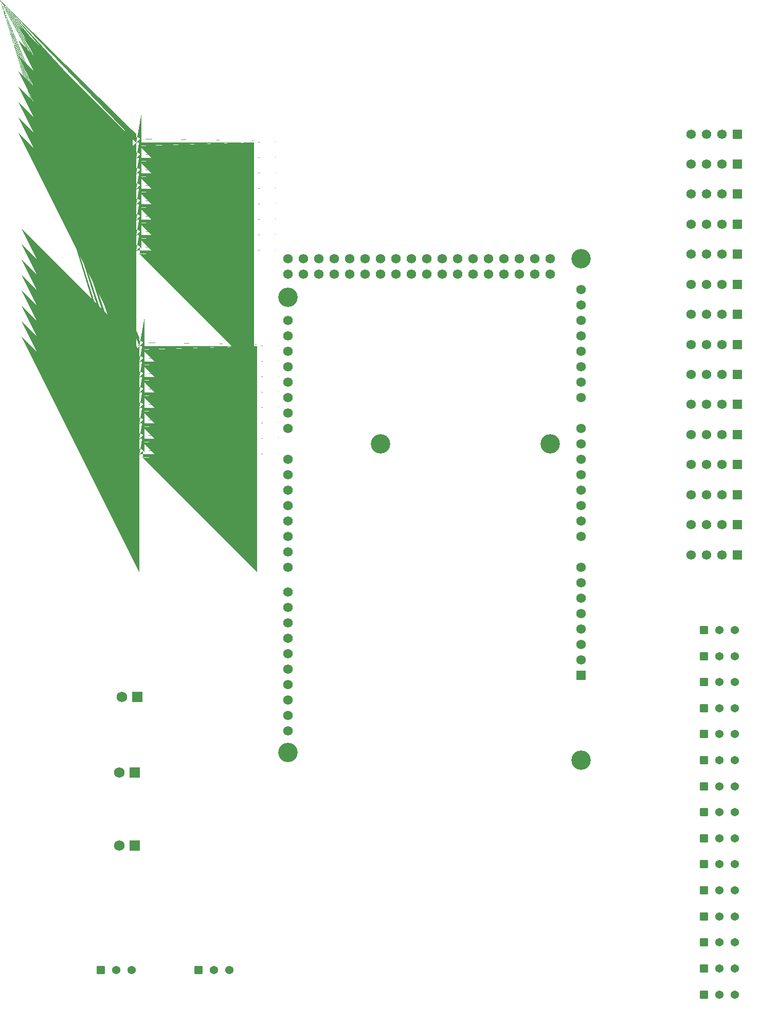
<source format=gbr>
%TF.GenerationSoftware,KiCad,Pcbnew,9.0.3*%
%TF.CreationDate,2025-08-21T13:00:16+03:00*%
%TF.ProjectId,Solar Cooling Project,536f6c61-7220-4436-9f6f-6c696e672050,rev?*%
%TF.SameCoordinates,Original*%
%TF.FileFunction,Soldermask,Bot*%
%TF.FilePolarity,Negative*%
%FSLAX46Y46*%
G04 Gerber Fmt 4.6, Leading zero omitted, Abs format (unit mm)*
G04 Created by KiCad (PCBNEW 9.0.3) date 2025-08-21 13:00:16*
%MOMM*%
%LPD*%
G01*
G04 APERTURE LIST*
G04 Aperture macros list*
%AMRoundRect*
0 Rectangle with rounded corners*
0 $1 Rounding radius*
0 $2 $3 $4 $5 $6 $7 $8 $9 X,Y pos of 4 corners*
0 Add a 4 corners polygon primitive as box body*
4,1,4,$2,$3,$4,$5,$6,$7,$8,$9,$2,$3,0*
0 Add four circle primitives for the rounded corners*
1,1,$1+$1,$2,$3*
1,1,$1+$1,$4,$5*
1,1,$1+$1,$6,$7*
1,1,$1+$1,$8,$9*
0 Add four rect primitives between the rounded corners*
20,1,$1+$1,$2,$3,$4,$5,0*
20,1,$1+$1,$4,$5,$6,$7,0*
20,1,$1+$1,$6,$7,$8,$9,0*
20,1,$1+$1,$8,$9,$2,$3,0*%
%AMFreePoly0*
4,1,353,0.005411,0.866864,0.084411,0.862864,0.090139,0.862411,0.090698,0.862351,0.096374,0.861580,0.175374,0.848580,0.180107,0.847686,0.180552,0.847591,0.184900,0.846563,0.261900,0.826563,0.267741,0.824858,0.268308,0.824674,0.274041,0.822623,0.348041,0.793623,0.352389,0.791802,0.352826,0.791607,0.357389,0.789434,0.428389,0.753434,0.432954,0.750971,0.433394,0.750719,
0.437794,0.748050,0.504794,0.705050,0.509380,0.701927,0.509818,0.701611,0.514170,0.698290,0.576170,0.648290,0.580236,0.644832,0.580633,0.644476,0.584661,0.640661,0.640661,0.584661,0.644476,0.580633,0.644832,0.580236,0.648290,0.576170,0.698290,0.514170,0.701611,0.509818,0.701927,0.509380,0.705050,0.504794,0.748050,0.437794,0.750719,0.433394,0.750971,0.432954,
0.753434,0.428389,0.789434,0.357389,0.791607,0.352826,0.791802,0.352389,0.793623,0.348041,0.822623,0.274041,0.824674,0.268308,0.824858,0.267741,0.826563,0.261900,0.846563,0.184900,0.847591,0.180552,0.847686,0.180107,0.848580,0.175374,0.861580,0.096374,0.862351,0.090698,0.862411,0.090139,0.862864,0.084411,0.866864,0.005411,0.866988,0.001313,0.866992,0.000928,
0.866963,-0.002815,0.865963,-0.040815,0.865853,-0.043575,0.865839,-0.043837,0.865668,-0.046422,0.862668,-0.084422,0.862565,-0.085629,0.862552,-0.085772,0.862380,-0.087500,0.858380,-0.124500,0.857896,-0.128307,0.857842,-0.128676,0.857229,-0.132385,0.850229,-0.170385,0.849915,-0.172017,0.849879,-0.172196,0.849452,-0.174212,0.841452,-0.210212,0.840941,-0.212400,0.840887,-0.212620,
0.840294,-0.214918,0.830294,-0.251918,0.829363,-0.255150,0.829266,-0.255467,0.828216,-0.258703,0.816216,-0.293703,0.815252,-0.296392,0.815164,-0.296627,0.814347,-0.298739,0.800347,-0.333739,0.800114,-0.334315,0.800068,-0.334428,0.799349,-0.336150,0.784349,-0.371150,0.783044,-0.374066,0.782920,-0.374332,0.781704,-0.376852,0.764704,-0.410852,0.763007,-0.414099,0.762834,-0.414416,
0.761004,-0.417628,0.742004,-0.449628,0.741445,-0.450559,0.741386,-0.450656,0.740736,-0.451710,0.720736,-0.483710,0.719216,-0.486069,0.719054,-0.486313,0.717260,-0.488926,0.695260,-0.519926,0.693448,-0.522399,0.693287,-0.522612,0.691834,-0.524489,0.668834,-0.553489,0.667683,-0.554914,0.667553,-0.555072,0.666043,-0.556865,0.641043,-0.585865,0.639177,-0.587970,0.638992,-0.588173,
0.637075,-0.590219,0.611075,-0.617219,0.608995,-0.619318,0.608795,-0.619514,0.606808,-0.621409,0.578808,-0.647409,0.576721,-0.649294,0.576507,-0.649482,0.574220,-0.651432,0.545220,-0.675432,0.543572,-0.676768,0.514491,-0.699833,0.512612,-0.701287,0.512399,-0.701448,0.509926,-0.703260,0.478926,-0.725260,0.476313,-0.727054,0.476069,-0.727216,0.473710,-0.728736,0.441710,-0.748736,
0.438959,-0.750395,0.438703,-0.750544,0.436237,-0.751934,0.403237,-0.769934,0.400694,-0.771275,0.400429,-0.771410,0.397560,-0.772816,0.363560,-0.788816,0.362205,-0.789441,0.362046,-0.789513,0.360150,-0.790349,0.325150,-0.805349,0.323428,-0.806068,0.323315,-0.806114,0.322739,-0.806347,0.287739,-0.820347,0.283855,-0.821809,0.283459,-0.821949,0.279267,-0.823330,0.243267,-0.834330,
0.242113,-0.834675,0.241990,-0.834711,0.240638,-0.835097,0.204638,-0.845097,0.201662,-0.845875,0.201381,-0.845944,0.198613,-0.846583,0.172000,-0.852337,0.172000,-1.530000,0.164242,-1.569019,0.162778,-1.572555,0.121845,-1.620497,0.107555,-1.627778,0.104019,-1.629242,0.065000,-1.637000,-0.065000,-1.637000,-0.104019,-1.629242,-0.107555,-1.627778,-0.155497,-1.586845,-0.162778,-1.572555,
-0.164242,-1.569019,-0.172000,-1.530000,-0.172000,-0.852337,-0.198613,-0.846583,-0.201381,-0.845944,-0.201662,-0.845875,-0.204638,-0.845097,-0.240638,-0.835097,-0.241990,-0.834711,-0.242113,-0.834675,-0.243267,-0.834330,-0.279267,-0.823330,-0.283459,-0.821949,-0.283855,-0.821809,-0.287739,-0.820347,-0.322739,-0.806347,-0.323315,-0.806114,-0.323428,-0.806068,-0.325150,-0.805349,-0.360150,-0.790349,
-0.362046,-0.789513,-0.362205,-0.789441,-0.363560,-0.788816,-0.397560,-0.772816,-0.400429,-0.771410,-0.400694,-0.771275,-0.403237,-0.769934,-0.436237,-0.751934,-0.438703,-0.750544,-0.438959,-0.750395,-0.441710,-0.748736,-0.473710,-0.728736,-0.476069,-0.727216,-0.476313,-0.727054,-0.478926,-0.725260,-0.509926,-0.703260,-0.512399,-0.701448,-0.512612,-0.701287,-0.514491,-0.699833,-0.543572,-0.676768,
-0.545220,-0.675432,-0.574220,-0.651432,-0.576507,-0.649482,-0.576721,-0.649294,-0.578808,-0.647409,-0.606808,-0.621409,-0.608795,-0.619514,-0.608995,-0.619318,-0.611075,-0.617219,-0.637075,-0.590219,-0.638992,-0.588173,-0.639177,-0.587970,-0.641043,-0.585865,-0.666043,-0.556865,-0.667553,-0.555072,-0.667683,-0.554914,-0.668834,-0.553489,-0.691834,-0.524489,-0.693287,-0.522612,-0.693448,-0.522399,
-0.695260,-0.519926,-0.717260,-0.488926,-0.719054,-0.486313,-0.719216,-0.486069,-0.720736,-0.483710,-0.740736,-0.451710,-0.741386,-0.450656,-0.741445,-0.450559,-0.742004,-0.449628,-0.761004,-0.417628,-0.762834,-0.414416,-0.763007,-0.414099,-0.764704,-0.410852,-0.781704,-0.376852,-0.782920,-0.374332,-0.783044,-0.374066,-0.784349,-0.371150,-0.799349,-0.336150,-0.800068,-0.334428,-0.800114,-0.334315,
-0.800347,-0.333739,-0.814347,-0.298739,-0.815164,-0.296627,-0.815252,-0.296392,-0.816216,-0.293703,-0.828216,-0.258703,-0.829266,-0.255467,-0.829363,-0.255150,-0.830294,-0.251918,-0.840294,-0.214918,-0.840887,-0.212620,-0.840941,-0.212400,-0.841452,-0.210212,-0.849452,-0.174212,-0.849879,-0.172196,-0.849915,-0.172017,-0.850229,-0.170385,-0.857229,-0.132385,-0.857842,-0.128676,-0.857896,-0.128307,
-0.858380,-0.124500,-0.862380,-0.087500,-0.862552,-0.085772,-0.862565,-0.085629,-0.862668,-0.084422,-0.865668,-0.046422,-0.865839,-0.043837,-0.865853,-0.043575,-0.865963,-0.040815,-0.866963,-0.002815,-0.866992,0.000928,-0.866988,0.001313,-0.866864,0.005411,-0.862864,0.084411,-0.862411,0.090139,-0.862351,0.090698,-0.861580,0.096374,-0.848580,0.175374,-0.847686,0.180107,-0.847591,0.180552,
-0.846563,0.184900,-0.826563,0.261900,-0.824858,0.267741,-0.824674,0.268308,-0.822623,0.274041,-0.793623,0.348041,-0.791802,0.352389,-0.791607,0.352826,-0.789434,0.357389,-0.753434,0.428389,-0.750971,0.432954,-0.750719,0.433394,-0.748050,0.437794,-0.705050,0.504794,-0.701927,0.509380,-0.701611,0.509818,-0.698290,0.514170,-0.648290,0.576170,-0.644832,0.580236,-0.644476,0.580633,
-0.640661,0.584661,-0.584661,0.640661,-0.580633,0.644476,-0.580236,0.644832,-0.576170,0.648290,-0.514170,0.698290,-0.509818,0.701611,-0.509380,0.701927,-0.504794,0.705050,-0.437794,0.748050,-0.433394,0.750719,-0.432954,0.750971,-0.428389,0.753434,-0.357389,0.789434,-0.352826,0.791607,-0.352389,0.791802,-0.348041,0.793623,-0.274041,0.822623,-0.268308,0.824674,-0.267741,0.824858,
-0.261900,0.826563,-0.184900,0.846563,-0.180552,0.847591,-0.180107,0.847686,-0.175374,0.848580,-0.096374,0.861580,-0.090698,0.862351,-0.090139,0.862411,-0.084411,0.862864,-0.005411,0.866864,-0.000253,0.866994,0.000253,0.866994,0.005411,0.866864,0.005411,0.866864,$1*%
G04 Aperture macros list end*
%ADD10RoundRect,0.102000X-0.685000X-0.685000X0.685000X-0.685000X0.685000X0.685000X-0.685000X0.685000X0*%
%ADD11C,1.574000*%
%ADD12FreePoly0,270.000000*%
%ADD13RoundRect,0.102000X-0.581400X-0.581400X0.581400X-0.581400X0.581400X0.581400X-0.581400X0.581400X0*%
%ADD14C,1.366800*%
%ADD15RoundRect,0.102000X-0.765000X-0.765000X0.765000X-0.765000X0.765000X0.765000X-0.765000X0.765000X0*%
%ADD16C,1.734000*%
%ADD17C,3.200000*%
%ADD18C,1.562000*%
%ADD19RoundRect,0.102000X0.679000X-0.679000X0.679000X0.679000X-0.679000X0.679000X-0.679000X-0.679000X0*%
G04 APERTURE END LIST*
D10*
%TO.C,J22*%
X147000000Y-33295700D03*
D11*
X144460000Y-33295700D03*
X141920000Y-33295700D03*
X139380000Y-33295700D03*
%TD*%
D12*
%TO.C,GPRS/GSMMODULE1*%
X48500000Y-81080000D03*
X48500000Y-78540000D03*
X48500000Y-76000000D03*
X48500000Y-73460000D03*
X48500000Y-70920000D03*
X48500000Y-68380000D03*
X48500000Y-65840000D03*
X48500000Y-63300000D03*
%TD*%
D10*
%TO.C,J29*%
X147000000Y-67925700D03*
D11*
X144460000Y-67925700D03*
X141920000Y-67925700D03*
X139380000Y-67925700D03*
%TD*%
D13*
%TO.C,J12*%
X141460000Y-144285700D03*
D14*
X144000000Y-144285700D03*
X146540000Y-144285700D03*
%TD*%
D10*
%TO.C,J24*%
X147000000Y-43190000D03*
D11*
X144460000Y-43190000D03*
X141920000Y-43190000D03*
X139380000Y-43190000D03*
%TD*%
D10*
%TO.C,J34*%
X147000000Y-92661400D03*
D11*
X144460000Y-92661400D03*
X141920000Y-92661400D03*
X139380000Y-92661400D03*
%TD*%
D13*
%TO.C,CURRENTSENSOR1*%
X42190000Y-166000000D03*
D14*
X44730000Y-166000000D03*
X47270000Y-166000000D03*
%TD*%
D10*
%TO.C,J25*%
X147000000Y-48137100D03*
D11*
X144460000Y-48137100D03*
X141920000Y-48137100D03*
X139380000Y-48137100D03*
%TD*%
D15*
%TO.C,12VOUT1*%
X48230000Y-121000000D03*
D16*
X45690000Y-121000000D03*
%TD*%
D10*
%TO.C,J35*%
X147000000Y-97608600D03*
D11*
X144460000Y-97608600D03*
X141920000Y-97608600D03*
X139380000Y-97608600D03*
%TD*%
D10*
%TO.C,J21*%
X147000000Y-28348600D03*
D11*
X144460000Y-28348600D03*
X141920000Y-28348600D03*
X139380000Y-28348600D03*
%TD*%
D13*
%TO.C,J17*%
X141460000Y-165714300D03*
D14*
X144000000Y-165714300D03*
X146540000Y-165714300D03*
%TD*%
D15*
%TO.C,12VIN1*%
X47770000Y-133500000D03*
D16*
X45230000Y-133500000D03*
%TD*%
D10*
%TO.C,J31*%
X147000000Y-77820000D03*
D11*
X144460000Y-77820000D03*
X141920000Y-77820000D03*
X139380000Y-77820000D03*
%TD*%
D13*
%TO.C,J15*%
X141460000Y-157142900D03*
D14*
X144000000Y-157142900D03*
X146540000Y-157142900D03*
%TD*%
D10*
%TO.C,J32*%
X147000000Y-82767100D03*
D11*
X144460000Y-82767100D03*
X141920000Y-82767100D03*
X139380000Y-82767100D03*
%TD*%
D15*
%TO.C,5VIN1*%
X47810000Y-145500000D03*
D16*
X45270000Y-145500000D03*
%TD*%
D17*
%TO.C,A1*%
X121260000Y-131406000D03*
X73000000Y-130136000D03*
X88240000Y-79336000D03*
X116180000Y-79336000D03*
X73000000Y-55206000D03*
X121260000Y-48856000D03*
D18*
X73000000Y-81876000D03*
X73000000Y-84416000D03*
X73000000Y-86956000D03*
X73000000Y-89496000D03*
X121260000Y-109816000D03*
X73000000Y-92036000D03*
X73000000Y-94576000D03*
X121260000Y-107276000D03*
X73000000Y-51396000D03*
X73000000Y-48856000D03*
X73000000Y-97116000D03*
X73000000Y-99656000D03*
X73000000Y-103720000D03*
X73000000Y-106260000D03*
X73000000Y-108800000D03*
X73000000Y-111340000D03*
X73000000Y-113880000D03*
X73000000Y-116420000D03*
X73000000Y-76796000D03*
X73000000Y-74256000D03*
X73000000Y-71716000D03*
X73000000Y-69176000D03*
X73000000Y-66636000D03*
X73000000Y-64096000D03*
X73000000Y-61556000D03*
X73000000Y-59016000D03*
X75540000Y-51396000D03*
X75540000Y-48856000D03*
X78080000Y-51396000D03*
X78080000Y-48856000D03*
X80620000Y-51396000D03*
X80620000Y-48856000D03*
X83160000Y-51396000D03*
X83160000Y-48856000D03*
X85700000Y-51396000D03*
X85700000Y-48856000D03*
X88240000Y-51396000D03*
X88240000Y-48856000D03*
X90780000Y-51396000D03*
X90780000Y-48856000D03*
X93320000Y-51396000D03*
X93320000Y-48856000D03*
X95860000Y-51396000D03*
X95860000Y-48856000D03*
X98400000Y-51396000D03*
X98400000Y-48856000D03*
X100940000Y-51396000D03*
X100940000Y-48856000D03*
X103480000Y-51396000D03*
X103480000Y-48856000D03*
X106020000Y-51396000D03*
X106020000Y-48856000D03*
X108560000Y-51396000D03*
X108560000Y-48856000D03*
X111100000Y-51396000D03*
X111100000Y-48856000D03*
X113640000Y-51396000D03*
X113640000Y-48856000D03*
X121260000Y-94576000D03*
X121260000Y-92036000D03*
X121260000Y-89496000D03*
X121260000Y-86956000D03*
X121260000Y-84416000D03*
X121260000Y-81876000D03*
X121260000Y-79336000D03*
X121260000Y-76796000D03*
X121260000Y-71716000D03*
X121260000Y-69176000D03*
X121260000Y-66636000D03*
X121260000Y-64096000D03*
X121260000Y-61556000D03*
X121260000Y-59016000D03*
X121260000Y-56476000D03*
X121260000Y-53936000D03*
X73000000Y-121500000D03*
X121260000Y-104736000D03*
X121260000Y-102196000D03*
X73000000Y-118960000D03*
X116180000Y-51396000D03*
X116180000Y-48856000D03*
X121260000Y-114896000D03*
D19*
X121260000Y-117436000D03*
D18*
X121260000Y-112356000D03*
X73000000Y-126580000D03*
X73000000Y-124040000D03*
X121260000Y-99656000D03*
%TD*%
D13*
%TO.C,J16*%
X141460000Y-161428600D03*
D14*
X144000000Y-161428600D03*
X146540000Y-161428600D03*
%TD*%
D10*
%TO.C,J28*%
X147000000Y-62978600D03*
D11*
X144460000Y-62978600D03*
X141920000Y-62978600D03*
X139380000Y-62978600D03*
%TD*%
D10*
%TO.C,J33*%
X147000000Y-87714300D03*
D11*
X144460000Y-87714300D03*
X141920000Y-87714300D03*
X139380000Y-87714300D03*
%TD*%
D13*
%TO.C,J10*%
X141460000Y-135714300D03*
D14*
X144000000Y-135714300D03*
X146540000Y-135714300D03*
%TD*%
D13*
%TO.C,J8*%
X141460000Y-127142900D03*
D14*
X144000000Y-127142900D03*
X146540000Y-127142900D03*
%TD*%
D10*
%TO.C,J30*%
X147000000Y-72872900D03*
D11*
X144460000Y-72872900D03*
X141920000Y-72872900D03*
X139380000Y-72872900D03*
%TD*%
D13*
%TO.C,J11*%
X141460000Y-140000000D03*
D14*
X144000000Y-140000000D03*
X146540000Y-140000000D03*
%TD*%
D10*
%TO.C,J26*%
X147000000Y-53084300D03*
D11*
X144460000Y-53084300D03*
X141920000Y-53084300D03*
X139380000Y-53084300D03*
%TD*%
D10*
%TO.C,J23*%
X147000000Y-38242900D03*
D11*
X144460000Y-38242900D03*
X141920000Y-38242900D03*
X139380000Y-38242900D03*
%TD*%
D13*
%TO.C,J5*%
X141460000Y-114285700D03*
D14*
X144000000Y-114285700D03*
X146540000Y-114285700D03*
%TD*%
D13*
%TO.C,J14*%
X141460000Y-152857100D03*
D14*
X144000000Y-152857100D03*
X146540000Y-152857100D03*
%TD*%
D10*
%TO.C,J27*%
X147000000Y-58031400D03*
D11*
X144460000Y-58031400D03*
X141920000Y-58031400D03*
X139380000Y-58031400D03*
%TD*%
D13*
%TO.C,VOLTAGESENSOR1*%
X58230000Y-166000000D03*
D14*
X60770000Y-166000000D03*
X63310000Y-166000000D03*
%TD*%
D13*
%TO.C,J9*%
X141460000Y-131428600D03*
D14*
X144000000Y-131428600D03*
X146540000Y-131428600D03*
%TD*%
D13*
%TO.C,J7*%
X141460000Y-122857100D03*
D14*
X144000000Y-122857100D03*
X146540000Y-122857100D03*
%TD*%
D13*
%TO.C,J18*%
X141460000Y-170000000D03*
D14*
X144000000Y-170000000D03*
X146540000Y-170000000D03*
%TD*%
D13*
%TO.C,J6*%
X141460000Y-118571400D03*
D14*
X144000000Y-118571400D03*
X146540000Y-118571400D03*
%TD*%
D12*
%TO.C,RELAYMODULE1*%
X48000000Y-47500000D03*
X48000000Y-44960000D03*
X48000000Y-42420000D03*
X48000000Y-39880000D03*
X48000000Y-37340000D03*
X48000000Y-34800000D03*
X48000000Y-32260000D03*
X48000000Y-29720000D03*
%TD*%
D13*
%TO.C,J13*%
X141460000Y-148571400D03*
D14*
X144000000Y-148571400D03*
X146540000Y-148571400D03*
%TD*%
D13*
%TO.C,J4*%
X141460000Y-110000000D03*
D14*
X144000000Y-110000000D03*
X146540000Y-110000000D03*
%TD*%
M02*

</source>
